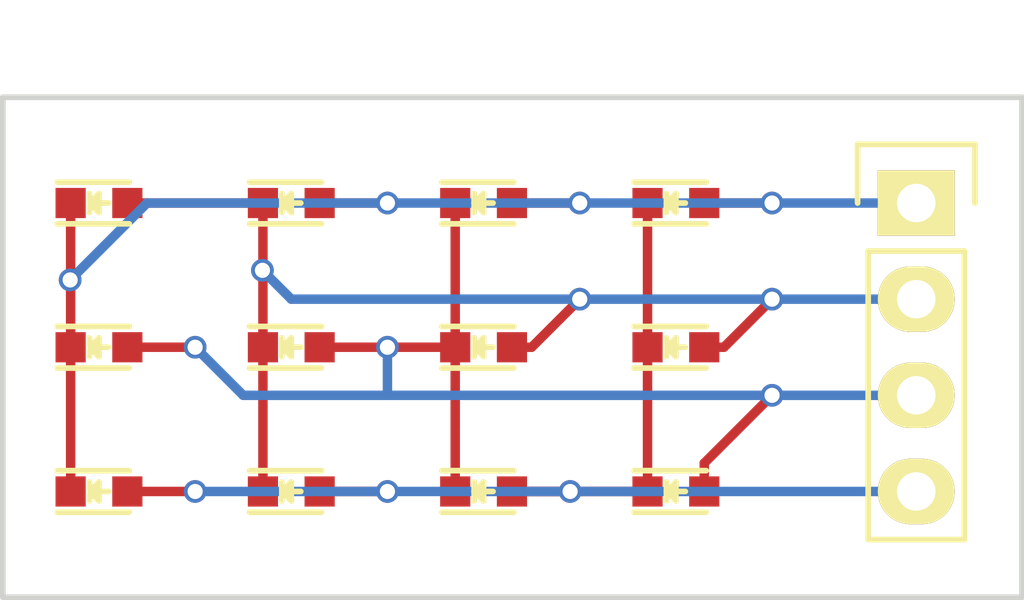
<source format=kicad_pcb>
(kicad_pcb (version 4) (host pcbnew 4.0.7-e2-6376~58~ubuntu16.04.1)

  (general
    (links 0)
    (no_connects 0)
    (area 140.937143 56.155 176.284287 72.719001)
    (thickness 1.6)
    (drawings 4)
    (tracks 61)
    (zones 0)
    (modules 13)
    (nets 1)
  )

  (page A4)
  (layers
    (0 F.Cu signal)
    (31 B.Cu signal)
    (32 B.Adhes user)
    (33 F.Adhes user)
    (34 B.Paste user)
    (35 F.Paste user)
    (36 B.SilkS user)
    (37 F.SilkS user)
    (38 B.Mask user)
    (39 F.Mask user)
    (40 Dwgs.User user)
    (41 Cmts.User user)
    (42 Eco1.User user)
    (43 Eco2.User user)
    (44 Edge.Cuts user)
    (45 Margin user)
    (46 B.CrtYd user)
    (47 F.CrtYd user)
    (48 B.Fab user)
    (49 F.Fab user)
  )

  (setup
    (last_trace_width 0.25)
    (trace_clearance 0.2)
    (zone_clearance 0.508)
    (zone_45_only no)
    (trace_min 0.2)
    (segment_width 0.2)
    (edge_width 0.15)
    (via_size 0.6)
    (via_drill 0.4)
    (via_min_size 0.4)
    (via_min_drill 0.3)
    (uvia_size 0.3)
    (uvia_drill 0.1)
    (uvias_allowed no)
    (uvia_min_size 0.2)
    (uvia_min_drill 0.1)
    (pcb_text_width 0.3)
    (pcb_text_size 1.5 1.5)
    (mod_edge_width 0.15)
    (mod_text_size 1 1)
    (mod_text_width 0.15)
    (pad_size 1.524 1.524)
    (pad_drill 0.762)
    (pad_to_mask_clearance 0.2)
    (aux_axis_origin 0 0)
    (visible_elements FFFFFF7F)
    (pcbplotparams
      (layerselection 0x010c0_80000001)
      (usegerberextensions false)
      (excludeedgelayer true)
      (linewidth 0.150000)
      (plotframeref false)
      (viasonmask false)
      (mode 1)
      (useauxorigin false)
      (hpglpennumber 1)
      (hpglpenspeed 20)
      (hpglpendiameter 15)
      (hpglpenoverlay 2)
      (psnegative false)
      (psa4output false)
      (plotreference true)
      (plotvalue true)
      (plotinvisibletext false)
      (padsonsilk false)
      (subtractmaskfromsilk false)
      (outputformat 1)
      (mirror false)
      (drillshape 0)
      (scaleselection 1)
      (outputdirectory ""))
  )

  (net 0 "")

  (net_class Default "This is the default net class."
    (clearance 0.2)
    (trace_width 0.25)
    (via_dia 0.6)
    (via_drill 0.4)
    (uvia_dia 0.3)
    (uvia_drill 0.1)
  )

  (module LEDs:LED_0603 (layer F.Cu) (tedit 5A839F15) (tstamp 57E50D82)
    (at 154.94 62.23)
    (descr "LED 0603 smd package")
    (tags "LED led 0603 SMD smd SMT smt smdled SMDLED smtled SMTLED")
    (attr smd)
    (fp_text reference "" (at 0 -1.5) (layer F.SilkS)
      (effects (font (size 1 1) (thickness 0.15)))
    )
    (fp_text value "" (at 0 1.5) (layer F.Fab)
      (effects (font (size 1 1) (thickness 0.15)))
    )
    (fp_line (start -1.1 0.55) (end 0.8 0.55) (layer F.SilkS) (width 0.15))
    (fp_line (start -1.1 -0.55) (end 0.8 -0.55) (layer F.SilkS) (width 0.15))
    (fp_line (start -0.2 0) (end 0.25 0) (layer F.SilkS) (width 0.15))
    (fp_line (start -0.25 -0.25) (end -0.25 0.25) (layer F.SilkS) (width 0.15))
    (fp_line (start -0.25 0) (end 0 -0.25) (layer F.SilkS) (width 0.15))
    (fp_line (start 0 -0.25) (end 0 0.25) (layer F.SilkS) (width 0.15))
    (fp_line (start 0 0.25) (end -0.25 0) (layer F.SilkS) (width 0.15))
    (fp_line (start 1.4 -0.75) (end 1.4 0.75) (layer F.CrtYd) (width 0.05))
    (fp_line (start 1.4 0.75) (end -1.4 0.75) (layer F.CrtYd) (width 0.05))
    (fp_line (start -1.4 0.75) (end -1.4 -0.75) (layer F.CrtYd) (width 0.05))
    (fp_line (start -1.4 -0.75) (end 1.4 -0.75) (layer F.CrtYd) (width 0.05))
    (pad 2 smd rect (at 0.7493 0 180) (size 0.79756 0.79756) (layers F.Cu F.Paste F.Mask))
    (pad 1 smd rect (at -0.7493 0 180) (size 0.79756 0.79756) (layers F.Cu F.Paste F.Mask))
    (model LEDs.3dshapes/LED_0603.wrl
      (at (xyz 0 0 0))
      (scale (xyz 1 1 1))
      (rotate (xyz 0 0 180))
    )
  )

  (module Pin_Headers:Pin_Header_Straight_1x04 (layer F.Cu) (tedit 5A839EE7) (tstamp 57E3957D)
    (at 166.37 62.23)
    (descr "Through hole pin header")
    (tags "pin header")
    (fp_text reference "" (at 0 -5.1) (layer F.SilkS)
      (effects (font (size 1 1) (thickness 0.15)))
    )
    (fp_text value "" (at 0 -3.1) (layer F.Fab)
      (effects (font (size 1 1) (thickness 0.15)))
    )
    (fp_line (start -1.75 -1.75) (end -1.75 9.4) (layer F.CrtYd) (width 0.05))
    (fp_line (start 1.75 -1.75) (end 1.75 9.4) (layer F.CrtYd) (width 0.05))
    (fp_line (start -1.75 -1.75) (end 1.75 -1.75) (layer F.CrtYd) (width 0.05))
    (fp_line (start -1.75 9.4) (end 1.75 9.4) (layer F.CrtYd) (width 0.05))
    (fp_line (start -1.27 1.27) (end -1.27 8.89) (layer F.SilkS) (width 0.15))
    (fp_line (start 1.27 1.27) (end 1.27 8.89) (layer F.SilkS) (width 0.15))
    (fp_line (start 1.55 -1.55) (end 1.55 0) (layer F.SilkS) (width 0.15))
    (fp_line (start -1.27 8.89) (end 1.27 8.89) (layer F.SilkS) (width 0.15))
    (fp_line (start 1.27 1.27) (end -1.27 1.27) (layer F.SilkS) (width 0.15))
    (fp_line (start -1.55 0) (end -1.55 -1.55) (layer F.SilkS) (width 0.15))
    (fp_line (start -1.55 -1.55) (end 1.55 -1.55) (layer F.SilkS) (width 0.15))
    (pad 1 thru_hole rect (at 0 0) (size 2.032 1.7272) (drill 1.016) (layers *.Cu *.Mask F.SilkS))
    (pad 2 thru_hole oval (at 0 2.54) (size 2.032 1.7272) (drill 1.016) (layers *.Cu *.Mask F.SilkS))
    (pad 3 thru_hole oval (at 0 5.08) (size 2.032 1.7272) (drill 1.016) (layers *.Cu *.Mask F.SilkS))
    (pad 4 thru_hole oval (at 0 7.62) (size 2.032 1.7272) (drill 1.016) (layers *.Cu *.Mask F.SilkS))
    (model Pin_Headers.3dshapes/Pin_Header_Straight_1x04.wrl
      (at (xyz 0 -0.15 0))
      (scale (xyz 1 1 1))
      (rotate (xyz 0 0 90))
    )
  )

  (module LEDs:LED_0603 (layer F.Cu) (tedit 5A839EF9) (tstamp 57E50D61)
    (at 160.02 62.23)
    (descr "LED 0603 smd package")
    (tags "LED led 0603 SMD smd SMT smt smdled SMDLED smtled SMTLED")
    (attr smd)
    (fp_text reference "" (at 0 -1.5) (layer F.SilkS)
      (effects (font (size 1 1) (thickness 0.15)))
    )
    (fp_text value "" (at 0 1.5) (layer F.Fab)
      (effects (font (size 1 1) (thickness 0.15)))
    )
    (fp_line (start -1.1 0.55) (end 0.8 0.55) (layer F.SilkS) (width 0.15))
    (fp_line (start -1.1 -0.55) (end 0.8 -0.55) (layer F.SilkS) (width 0.15))
    (fp_line (start -0.2 0) (end 0.25 0) (layer F.SilkS) (width 0.15))
    (fp_line (start -0.25 -0.25) (end -0.25 0.25) (layer F.SilkS) (width 0.15))
    (fp_line (start -0.25 0) (end 0 -0.25) (layer F.SilkS) (width 0.15))
    (fp_line (start 0 -0.25) (end 0 0.25) (layer F.SilkS) (width 0.15))
    (fp_line (start 0 0.25) (end -0.25 0) (layer F.SilkS) (width 0.15))
    (fp_line (start 1.4 -0.75) (end 1.4 0.75) (layer F.CrtYd) (width 0.05))
    (fp_line (start 1.4 0.75) (end -1.4 0.75) (layer F.CrtYd) (width 0.05))
    (fp_line (start -1.4 0.75) (end -1.4 -0.75) (layer F.CrtYd) (width 0.05))
    (fp_line (start -1.4 -0.75) (end 1.4 -0.75) (layer F.CrtYd) (width 0.05))
    (pad 2 smd rect (at 0.7493 0 180) (size 0.79756 0.79756) (layers F.Cu F.Paste F.Mask))
    (pad 1 smd rect (at -0.7493 0 180) (size 0.79756 0.79756) (layers F.Cu F.Paste F.Mask))
    (model LEDs.3dshapes/LED_0603.wrl
      (at (xyz 0 0 0))
      (scale (xyz 1 1 1))
      (rotate (xyz 0 0 180))
    )
  )

  (module LEDs:LED_0603 (layer F.Cu) (tedit 5A839F22) (tstamp 57E50DA3)
    (at 149.86 62.23)
    (descr "LED 0603 smd package")
    (tags "LED led 0603 SMD smd SMT smt smdled SMDLED smtled SMTLED")
    (attr smd)
    (fp_text reference "" (at 0 -1.5) (layer F.SilkS)
      (effects (font (size 1 1) (thickness 0.15)))
    )
    (fp_text value "" (at 0 1.5) (layer F.Fab)
      (effects (font (size 1 1) (thickness 0.15)))
    )
    (fp_line (start -1.1 0.55) (end 0.8 0.55) (layer F.SilkS) (width 0.15))
    (fp_line (start -1.1 -0.55) (end 0.8 -0.55) (layer F.SilkS) (width 0.15))
    (fp_line (start -0.2 0) (end 0.25 0) (layer F.SilkS) (width 0.15))
    (fp_line (start -0.25 -0.25) (end -0.25 0.25) (layer F.SilkS) (width 0.15))
    (fp_line (start -0.25 0) (end 0 -0.25) (layer F.SilkS) (width 0.15))
    (fp_line (start 0 -0.25) (end 0 0.25) (layer F.SilkS) (width 0.15))
    (fp_line (start 0 0.25) (end -0.25 0) (layer F.SilkS) (width 0.15))
    (fp_line (start 1.4 -0.75) (end 1.4 0.75) (layer F.CrtYd) (width 0.05))
    (fp_line (start 1.4 0.75) (end -1.4 0.75) (layer F.CrtYd) (width 0.05))
    (fp_line (start -1.4 0.75) (end -1.4 -0.75) (layer F.CrtYd) (width 0.05))
    (fp_line (start -1.4 -0.75) (end 1.4 -0.75) (layer F.CrtYd) (width 0.05))
    (pad 2 smd rect (at 0.7493 0 180) (size 0.79756 0.79756) (layers F.Cu F.Paste F.Mask))
    (pad 1 smd rect (at -0.7493 0 180) (size 0.79756 0.79756) (layers F.Cu F.Paste F.Mask))
    (model LEDs.3dshapes/LED_0603.wrl
      (at (xyz 0 0 0))
      (scale (xyz 1 1 1))
      (rotate (xyz 0 0 180))
    )
  )

  (module LEDs:LED_0603 (layer F.Cu) (tedit 5A839FBA) (tstamp 57E50DC4)
    (at 144.78 62.23)
    (descr "LED 0603 smd package")
    (tags "LED led 0603 SMD smd SMT smt smdled SMDLED smtled SMTLED")
    (attr smd)
    (fp_text reference "" (at 0 -1.5) (layer F.SilkS)
      (effects (font (size 1 1) (thickness 0.15)))
    )
    (fp_text value "" (at 0 1.5) (layer F.Fab)
      (effects (font (size 1 1) (thickness 0.15)))
    )
    (fp_line (start -1.1 0.55) (end 0.8 0.55) (layer F.SilkS) (width 0.15))
    (fp_line (start -1.1 -0.55) (end 0.8 -0.55) (layer F.SilkS) (width 0.15))
    (fp_line (start -0.2 0) (end 0.25 0) (layer F.SilkS) (width 0.15))
    (fp_line (start -0.25 -0.25) (end -0.25 0.25) (layer F.SilkS) (width 0.15))
    (fp_line (start -0.25 0) (end 0 -0.25) (layer F.SilkS) (width 0.15))
    (fp_line (start 0 -0.25) (end 0 0.25) (layer F.SilkS) (width 0.15))
    (fp_line (start 0 0.25) (end -0.25 0) (layer F.SilkS) (width 0.15))
    (fp_line (start 1.4 -0.75) (end 1.4 0.75) (layer F.CrtYd) (width 0.05))
    (fp_line (start 1.4 0.75) (end -1.4 0.75) (layer F.CrtYd) (width 0.05))
    (fp_line (start -1.4 0.75) (end -1.4 -0.75) (layer F.CrtYd) (width 0.05))
    (fp_line (start -1.4 -0.75) (end 1.4 -0.75) (layer F.CrtYd) (width 0.05))
    (pad 2 smd rect (at 0.7493 0 180) (size 0.79756 0.79756) (layers F.Cu F.Paste F.Mask))
    (pad 1 smd rect (at -0.7493 0 180) (size 0.79756 0.79756) (layers F.Cu F.Paste F.Mask))
    (model LEDs.3dshapes/LED_0603.wrl
      (at (xyz 0 0 0))
      (scale (xyz 1 1 1))
      (rotate (xyz 0 0 180))
    )
  )

  (module LEDs:LED_0603 (layer F.Cu) (tedit 5A83A027) (tstamp 57E50DE5)
    (at 160.02 69.85)
    (descr "LED 0603 smd package")
    (tags "LED led 0603 SMD smd SMT smt smdled SMDLED smtled SMTLED")
    (attr smd)
    (fp_text reference "" (at 0 -1.5) (layer F.SilkS)
      (effects (font (size 1 1) (thickness 0.15)))
    )
    (fp_text value "" (at 0 1.5) (layer F.Fab)
      (effects (font (size 1 1) (thickness 0.15)))
    )
    (fp_line (start -1.1 0.55) (end 0.8 0.55) (layer F.SilkS) (width 0.15))
    (fp_line (start -1.1 -0.55) (end 0.8 -0.55) (layer F.SilkS) (width 0.15))
    (fp_line (start -0.2 0) (end 0.25 0) (layer F.SilkS) (width 0.15))
    (fp_line (start -0.25 -0.25) (end -0.25 0.25) (layer F.SilkS) (width 0.15))
    (fp_line (start -0.25 0) (end 0 -0.25) (layer F.SilkS) (width 0.15))
    (fp_line (start 0 -0.25) (end 0 0.25) (layer F.SilkS) (width 0.15))
    (fp_line (start 0 0.25) (end -0.25 0) (layer F.SilkS) (width 0.15))
    (fp_line (start 1.4 -0.75) (end 1.4 0.75) (layer F.CrtYd) (width 0.05))
    (fp_line (start 1.4 0.75) (end -1.4 0.75) (layer F.CrtYd) (width 0.05))
    (fp_line (start -1.4 0.75) (end -1.4 -0.75) (layer F.CrtYd) (width 0.05))
    (fp_line (start -1.4 -0.75) (end 1.4 -0.75) (layer F.CrtYd) (width 0.05))
    (pad 2 smd rect (at 0.7493 0 180) (size 0.79756 0.79756) (layers F.Cu F.Paste F.Mask))
    (pad 1 smd rect (at -0.7493 0 180) (size 0.79756 0.79756) (layers F.Cu F.Paste F.Mask))
    (model LEDs.3dshapes/LED_0603.wrl
      (at (xyz 0 0 0))
      (scale (xyz 1 1 1))
      (rotate (xyz 0 0 180))
    )
  )

  (module LEDs:LED_0603 (layer F.Cu) (tedit 5A83A01A) (tstamp 57E50E06)
    (at 154.94 69.85)
    (descr "LED 0603 smd package")
    (tags "LED led 0603 SMD smd SMT smt smdled SMDLED smtled SMTLED")
    (attr smd)
    (fp_text reference "" (at 0 -1.5) (layer F.SilkS)
      (effects (font (size 1 1) (thickness 0.15)))
    )
    (fp_text value "" (at 0 1.5) (layer F.Fab)
      (effects (font (size 1 1) (thickness 0.15)))
    )
    (fp_line (start -1.1 0.55) (end 0.8 0.55) (layer F.SilkS) (width 0.15))
    (fp_line (start -1.1 -0.55) (end 0.8 -0.55) (layer F.SilkS) (width 0.15))
    (fp_line (start -0.2 0) (end 0.25 0) (layer F.SilkS) (width 0.15))
    (fp_line (start -0.25 -0.25) (end -0.25 0.25) (layer F.SilkS) (width 0.15))
    (fp_line (start -0.25 0) (end 0 -0.25) (layer F.SilkS) (width 0.15))
    (fp_line (start 0 -0.25) (end 0 0.25) (layer F.SilkS) (width 0.15))
    (fp_line (start 0 0.25) (end -0.25 0) (layer F.SilkS) (width 0.15))
    (fp_line (start 1.4 -0.75) (end 1.4 0.75) (layer F.CrtYd) (width 0.05))
    (fp_line (start 1.4 0.75) (end -1.4 0.75) (layer F.CrtYd) (width 0.05))
    (fp_line (start -1.4 0.75) (end -1.4 -0.75) (layer F.CrtYd) (width 0.05))
    (fp_line (start -1.4 -0.75) (end 1.4 -0.75) (layer F.CrtYd) (width 0.05))
    (pad 2 smd rect (at 0.7493 0 180) (size 0.79756 0.79756) (layers F.Cu F.Paste F.Mask))
    (pad 1 smd rect (at -0.7493 0 180) (size 0.79756 0.79756) (layers F.Cu F.Paste F.Mask))
    (model LEDs.3dshapes/LED_0603.wrl
      (at (xyz 0 0 0))
      (scale (xyz 1 1 1))
      (rotate (xyz 0 0 180))
    )
  )

  (module LEDs:LED_0603 (layer F.Cu) (tedit 5A83A00C) (tstamp 57E50E27)
    (at 149.86 69.85)
    (descr "LED 0603 smd package")
    (tags "LED led 0603 SMD smd SMT smt smdled SMDLED smtled SMTLED")
    (attr smd)
    (fp_text reference "" (at 0 -1.5) (layer F.SilkS)
      (effects (font (size 1 1) (thickness 0.15)))
    )
    (fp_text value "" (at 0 1.5) (layer F.Fab)
      (effects (font (size 1 1) (thickness 0.15)))
    )
    (fp_line (start -1.1 0.55) (end 0.8 0.55) (layer F.SilkS) (width 0.15))
    (fp_line (start -1.1 -0.55) (end 0.8 -0.55) (layer F.SilkS) (width 0.15))
    (fp_line (start -0.2 0) (end 0.25 0) (layer F.SilkS) (width 0.15))
    (fp_line (start -0.25 -0.25) (end -0.25 0.25) (layer F.SilkS) (width 0.15))
    (fp_line (start -0.25 0) (end 0 -0.25) (layer F.SilkS) (width 0.15))
    (fp_line (start 0 -0.25) (end 0 0.25) (layer F.SilkS) (width 0.15))
    (fp_line (start 0 0.25) (end -0.25 0) (layer F.SilkS) (width 0.15))
    (fp_line (start 1.4 -0.75) (end 1.4 0.75) (layer F.CrtYd) (width 0.05))
    (fp_line (start 1.4 0.75) (end -1.4 0.75) (layer F.CrtYd) (width 0.05))
    (fp_line (start -1.4 0.75) (end -1.4 -0.75) (layer F.CrtYd) (width 0.05))
    (fp_line (start -1.4 -0.75) (end 1.4 -0.75) (layer F.CrtYd) (width 0.05))
    (pad 2 smd rect (at 0.7493 0 180) (size 0.79756 0.79756) (layers F.Cu F.Paste F.Mask))
    (pad 1 smd rect (at -0.7493 0 180) (size 0.79756 0.79756) (layers F.Cu F.Paste F.Mask))
    (model LEDs.3dshapes/LED_0603.wrl
      (at (xyz 0 0 0))
      (scale (xyz 1 1 1))
      (rotate (xyz 0 0 180))
    )
  )

  (module LEDs:LED_0603 (layer F.Cu) (tedit 5A839FFE) (tstamp 57E50E48)
    (at 144.78 69.85)
    (descr "LED 0603 smd package")
    (tags "LED led 0603 SMD smd SMT smt smdled SMDLED smtled SMTLED")
    (attr smd)
    (fp_text reference "" (at 0 -1.5) (layer F.SilkS)
      (effects (font (size 1 1) (thickness 0.15)))
    )
    (fp_text value "" (at 0 1.5) (layer F.Fab)
      (effects (font (size 1 1) (thickness 0.15)))
    )
    (fp_line (start -1.1 0.55) (end 0.8 0.55) (layer F.SilkS) (width 0.15))
    (fp_line (start -1.1 -0.55) (end 0.8 -0.55) (layer F.SilkS) (width 0.15))
    (fp_line (start -0.2 0) (end 0.25 0) (layer F.SilkS) (width 0.15))
    (fp_line (start -0.25 -0.25) (end -0.25 0.25) (layer F.SilkS) (width 0.15))
    (fp_line (start -0.25 0) (end 0 -0.25) (layer F.SilkS) (width 0.15))
    (fp_line (start 0 -0.25) (end 0 0.25) (layer F.SilkS) (width 0.15))
    (fp_line (start 0 0.25) (end -0.25 0) (layer F.SilkS) (width 0.15))
    (fp_line (start 1.4 -0.75) (end 1.4 0.75) (layer F.CrtYd) (width 0.05))
    (fp_line (start 1.4 0.75) (end -1.4 0.75) (layer F.CrtYd) (width 0.05))
    (fp_line (start -1.4 0.75) (end -1.4 -0.75) (layer F.CrtYd) (width 0.05))
    (fp_line (start -1.4 -0.75) (end 1.4 -0.75) (layer F.CrtYd) (width 0.05))
    (pad 2 smd rect (at 0.7493 0 180) (size 0.79756 0.79756) (layers F.Cu F.Paste F.Mask))
    (pad 1 smd rect (at -0.7493 0 180) (size 0.79756 0.79756) (layers F.Cu F.Paste F.Mask))
    (model LEDs.3dshapes/LED_0603.wrl
      (at (xyz 0 0 0))
      (scale (xyz 1 1 1))
      (rotate (xyz 0 0 180))
    )
  )

  (module LEDs:LED_0603 (layer F.Cu) (tedit 5A839FD8) (tstamp 57E50E69)
    (at 154.94 66.04)
    (descr "LED 0603 smd package")
    (tags "LED led 0603 SMD smd SMT smt smdled SMDLED smtled SMTLED")
    (attr smd)
    (fp_text reference "" (at 0 -1.5) (layer F.SilkS)
      (effects (font (size 1 1) (thickness 0.15)))
    )
    (fp_text value "" (at 0 1.5) (layer F.Fab)
      (effects (font (size 1 1) (thickness 0.15)))
    )
    (fp_line (start -1.1 0.55) (end 0.8 0.55) (layer F.SilkS) (width 0.15))
    (fp_line (start -1.1 -0.55) (end 0.8 -0.55) (layer F.SilkS) (width 0.15))
    (fp_line (start -0.2 0) (end 0.25 0) (layer F.SilkS) (width 0.15))
    (fp_line (start -0.25 -0.25) (end -0.25 0.25) (layer F.SilkS) (width 0.15))
    (fp_line (start -0.25 0) (end 0 -0.25) (layer F.SilkS) (width 0.15))
    (fp_line (start 0 -0.25) (end 0 0.25) (layer F.SilkS) (width 0.15))
    (fp_line (start 0 0.25) (end -0.25 0) (layer F.SilkS) (width 0.15))
    (fp_line (start 1.4 -0.75) (end 1.4 0.75) (layer F.CrtYd) (width 0.05))
    (fp_line (start 1.4 0.75) (end -1.4 0.75) (layer F.CrtYd) (width 0.05))
    (fp_line (start -1.4 0.75) (end -1.4 -0.75) (layer F.CrtYd) (width 0.05))
    (fp_line (start -1.4 -0.75) (end 1.4 -0.75) (layer F.CrtYd) (width 0.05))
    (pad 2 smd rect (at 0.7493 0 180) (size 0.79756 0.79756) (layers F.Cu F.Paste F.Mask))
    (pad 1 smd rect (at -0.7493 0 180) (size 0.79756 0.79756) (layers F.Cu F.Paste F.Mask))
    (model LEDs.3dshapes/LED_0603.wrl
      (at (xyz 0 0 0))
      (scale (xyz 1 1 1))
      (rotate (xyz 0 0 180))
    )
  )

  (module LEDs:LED_0603 (layer F.Cu) (tedit 5A839FE6) (tstamp 57E50E8A)
    (at 149.86 66.04)
    (descr "LED 0603 smd package")
    (tags "LED led 0603 SMD smd SMT smt smdled SMDLED smtled SMTLED")
    (attr smd)
    (fp_text reference "" (at 0 -1.5) (layer F.SilkS)
      (effects (font (size 1 1) (thickness 0.15)))
    )
    (fp_text value "" (at 0 1.5) (layer F.Fab)
      (effects (font (size 1 1) (thickness 0.15)))
    )
    (fp_line (start -1.1 0.55) (end 0.8 0.55) (layer F.SilkS) (width 0.15))
    (fp_line (start -1.1 -0.55) (end 0.8 -0.55) (layer F.SilkS) (width 0.15))
    (fp_line (start -0.2 0) (end 0.25 0) (layer F.SilkS) (width 0.15))
    (fp_line (start -0.25 -0.25) (end -0.25 0.25) (layer F.SilkS) (width 0.15))
    (fp_line (start -0.25 0) (end 0 -0.25) (layer F.SilkS) (width 0.15))
    (fp_line (start 0 -0.25) (end 0 0.25) (layer F.SilkS) (width 0.15))
    (fp_line (start 0 0.25) (end -0.25 0) (layer F.SilkS) (width 0.15))
    (fp_line (start 1.4 -0.75) (end 1.4 0.75) (layer F.CrtYd) (width 0.05))
    (fp_line (start 1.4 0.75) (end -1.4 0.75) (layer F.CrtYd) (width 0.05))
    (fp_line (start -1.4 0.75) (end -1.4 -0.75) (layer F.CrtYd) (width 0.05))
    (fp_line (start -1.4 -0.75) (end 1.4 -0.75) (layer F.CrtYd) (width 0.05))
    (pad 2 smd rect (at 0.7493 0 180) (size 0.79756 0.79756) (layers F.Cu F.Paste F.Mask))
    (pad 1 smd rect (at -0.7493 0 180) (size 0.79756 0.79756) (layers F.Cu F.Paste F.Mask))
    (model LEDs.3dshapes/LED_0603.wrl
      (at (xyz 0 0 0))
      (scale (xyz 1 1 1))
      (rotate (xyz 0 0 180))
    )
  )

  (module LEDs:LED_0603 (layer F.Cu) (tedit 5A839FF2) (tstamp 57E50EAB)
    (at 144.78 66.04)
    (descr "LED 0603 smd package")
    (tags "LED led 0603 SMD smd SMT smt smdled SMDLED smtled SMTLED")
    (attr smd)
    (fp_text reference "" (at 0 -1.5) (layer F.SilkS)
      (effects (font (size 1 1) (thickness 0.15)))
    )
    (fp_text value "" (at 0 1.5) (layer F.Fab)
      (effects (font (size 1 1) (thickness 0.15)))
    )
    (fp_line (start -1.1 0.55) (end 0.8 0.55) (layer F.SilkS) (width 0.15))
    (fp_line (start -1.1 -0.55) (end 0.8 -0.55) (layer F.SilkS) (width 0.15))
    (fp_line (start -0.2 0) (end 0.25 0) (layer F.SilkS) (width 0.15))
    (fp_line (start -0.25 -0.25) (end -0.25 0.25) (layer F.SilkS) (width 0.15))
    (fp_line (start -0.25 0) (end 0 -0.25) (layer F.SilkS) (width 0.15))
    (fp_line (start 0 -0.25) (end 0 0.25) (layer F.SilkS) (width 0.15))
    (fp_line (start 0 0.25) (end -0.25 0) (layer F.SilkS) (width 0.15))
    (fp_line (start 1.4 -0.75) (end 1.4 0.75) (layer F.CrtYd) (width 0.05))
    (fp_line (start 1.4 0.75) (end -1.4 0.75) (layer F.CrtYd) (width 0.05))
    (fp_line (start -1.4 0.75) (end -1.4 -0.75) (layer F.CrtYd) (width 0.05))
    (fp_line (start -1.4 -0.75) (end 1.4 -0.75) (layer F.CrtYd) (width 0.05))
    (pad 2 smd rect (at 0.7493 0 180) (size 0.79756 0.79756) (layers F.Cu F.Paste F.Mask))
    (pad 1 smd rect (at -0.7493 0 180) (size 0.79756 0.79756) (layers F.Cu F.Paste F.Mask))
    (model LEDs.3dshapes/LED_0603.wrl
      (at (xyz 0 0 0))
      (scale (xyz 1 1 1))
      (rotate (xyz 0 0 180))
    )
  )

  (module LEDs:LED_0603 (layer F.Cu) (tedit 5A839FC8) (tstamp 57E50ECC)
    (at 160.02 66.04)
    (descr "LED 0603 smd package")
    (tags "LED led 0603 SMD smd SMT smt smdled SMDLED smtled SMTLED")
    (attr smd)
    (fp_text reference "" (at 0 -1.5) (layer F.SilkS)
      (effects (font (size 1 1) (thickness 0.15)))
    )
    (fp_text value "" (at 0 1.5) (layer F.Fab)
      (effects (font (size 1 1) (thickness 0.15)))
    )
    (fp_line (start -1.1 0.55) (end 0.8 0.55) (layer F.SilkS) (width 0.15))
    (fp_line (start -1.1 -0.55) (end 0.8 -0.55) (layer F.SilkS) (width 0.15))
    (fp_line (start -0.2 0) (end 0.25 0) (layer F.SilkS) (width 0.15))
    (fp_line (start -0.25 -0.25) (end -0.25 0.25) (layer F.SilkS) (width 0.15))
    (fp_line (start -0.25 0) (end 0 -0.25) (layer F.SilkS) (width 0.15))
    (fp_line (start 0 -0.25) (end 0 0.25) (layer F.SilkS) (width 0.15))
    (fp_line (start 0 0.25) (end -0.25 0) (layer F.SilkS) (width 0.15))
    (fp_line (start 1.4 -0.75) (end 1.4 0.75) (layer F.CrtYd) (width 0.05))
    (fp_line (start 1.4 0.75) (end -1.4 0.75) (layer F.CrtYd) (width 0.05))
    (fp_line (start -1.4 0.75) (end -1.4 -0.75) (layer F.CrtYd) (width 0.05))
    (fp_line (start -1.4 -0.75) (end 1.4 -0.75) (layer F.CrtYd) (width 0.05))
    (pad 2 smd rect (at 0.7493 0 180) (size 0.79756 0.79756) (layers F.Cu F.Paste F.Mask))
    (pad 1 smd rect (at -0.7493 0 180) (size 0.79756 0.79756) (layers F.Cu F.Paste F.Mask))
    (model LEDs.3dshapes/LED_0603.wrl
      (at (xyz 0 0 0))
      (scale (xyz 1 1 1))
      (rotate (xyz 0 0 180))
    )
  )

  (gr_line (start 142.24 72.644) (end 142.24 59.436) (angle 90) (layer Edge.Cuts) (width 0.15))
  (gr_line (start 169.164 72.644) (end 142.24 72.644) (angle 90) (layer Edge.Cuts) (width 0.15))
  (gr_line (start 169.164 59.436) (end 169.164 72.644) (angle 90) (layer Edge.Cuts) (width 0.15))
  (gr_line (start 142.24 59.436) (end 169.164 59.436) (angle 90) (layer Edge.Cuts) (width 0.15))

  (segment (start 152.4 67.31) (end 152.4 66.04) (width 0.25) (layer B.Cu) (net 0))
  (via (at 152.4 66.04) (size 0.6) (drill 0.4) (layers F.Cu B.Cu) (net 0))
  (segment (start 160.7693 69.85) (end 160.7693 69.1007) (width 0.25) (layer F.Cu) (net 0))
  (via (at 162.56 67.31) (size 0.6) (drill 0.4) (layers F.Cu B.Cu) (net 0))
  (segment (start 160.7693 69.1007) (end 162.56 67.31) (width 0.25) (layer F.Cu) (net 0) (tstamp 57E50F4A))
  (segment (start 155.6893 69.85) (end 157.226 69.85) (width 0.25) (layer F.Cu) (net 0))
  (via (at 157.226 69.85) (size 0.6) (drill 0.4) (layers F.Cu B.Cu) (net 0))
  (segment (start 150.6093 69.85) (end 152.4 69.85) (width 0.25) (layer F.Cu) (net 0))
  (via (at 152.4 69.85) (size 0.6) (drill 0.4) (layers F.Cu B.Cu) (net 0))
  (segment (start 166.37 69.85) (end 157.226 69.85) (width 0.25) (layer B.Cu) (net 0))
  (segment (start 157.226 69.85) (end 152.4 69.85) (width 0.25) (layer B.Cu) (net 0) (tstamp 57E50F48))
  (segment (start 152.4 69.85) (end 147.32 69.85) (width 0.25) (layer B.Cu) (net 0) (tstamp 57E50F42))
  (segment (start 147.32 69.85) (end 145.5293 69.85) (width 0.25) (layer F.Cu) (net 0) (tstamp 57E50F3B))
  (via (at 147.32 69.85) (size 0.6) (drill 0.4) (layers F.Cu B.Cu) (net 0))
  (segment (start 166.37 67.31) (end 162.56 67.31) (width 0.25) (layer B.Cu) (net 0))
  (segment (start 162.56 67.31) (end 152.4 67.31) (width 0.25) (layer B.Cu) (net 0) (tstamp 57E50F4E))
  (segment (start 152.4 67.31) (end 148.59 67.31) (width 0.25) (layer B.Cu) (net 0) (tstamp 57E50F50))
  (segment (start 147.32 66.04) (end 145.5293 66.04) (width 0.25) (layer F.Cu) (net 0) (tstamp 57E50F36))
  (via (at 147.32 66.04) (size 0.6) (drill 0.4) (layers F.Cu B.Cu) (net 0))
  (segment (start 148.59 67.31) (end 147.32 66.04) (width 0.25) (layer B.Cu) (net 0) (tstamp 57E50F33))
  (segment (start 160.7693 66.04) (end 161.29 66.04) (width 0.25) (layer F.Cu) (net 0))
  (via (at 162.56 64.77) (size 0.6) (drill 0.4) (layers F.Cu B.Cu) (net 0))
  (segment (start 161.29 66.04) (end 162.56 64.77) (width 0.25) (layer F.Cu) (net 0) (tstamp 57E50F2B))
  (segment (start 155.6893 66.04) (end 156.21 66.04) (width 0.25) (layer F.Cu) (net 0))
  (via (at 157.48 64.77) (size 0.6) (drill 0.4) (layers F.Cu B.Cu) (net 0))
  (segment (start 156.21 66.04) (end 157.48 64.77) (width 0.25) (layer F.Cu) (net 0) (tstamp 57E50F25))
  (segment (start 160.7693 62.23) (end 162.56 62.23) (width 0.25) (layer F.Cu) (net 0))
  (via (at 162.56 62.23) (size 0.6) (drill 0.4) (layers F.Cu B.Cu) (net 0))
  (segment (start 155.6893 62.23) (end 157.48 62.23) (width 0.25) (layer F.Cu) (net 0))
  (via (at 157.48 62.23) (size 0.6) (drill 0.4) (layers F.Cu B.Cu) (net 0))
  (segment (start 150.6093 62.23) (end 152.4 62.23) (width 0.25) (layer F.Cu) (net 0))
  (via (at 152.4 62.23) (size 0.6) (drill 0.4) (layers F.Cu B.Cu) (net 0))
  (segment (start 166.37 64.77) (end 162.56 64.77) (width 0.25) (layer B.Cu) (net 0))
  (segment (start 162.56 64.77) (end 157.48 64.77) (width 0.25) (layer B.Cu) (net 0) (tstamp 57E50F2F))
  (segment (start 157.48 64.77) (end 149.86 64.77) (width 0.25) (layer B.Cu) (net 0) (tstamp 57E50F29))
  (segment (start 149.098 64.008) (end 149.1107 64.008) (width 0.25) (layer F.Cu) (net 0) (tstamp 57E50F00))
  (via (at 149.098 64.008) (size 0.6) (drill 0.4) (layers F.Cu B.Cu) (net 0))
  (segment (start 149.86 64.77) (end 149.098 64.008) (width 0.25) (layer B.Cu) (net 0) (tstamp 57E50EFE))
  (segment (start 166.37 62.23) (end 162.56 62.23) (width 0.25) (layer B.Cu) (net 0))
  (segment (start 162.56 62.23) (end 157.48 62.23) (width 0.25) (layer B.Cu) (net 0) (tstamp 57E50F23))
  (segment (start 157.48 62.23) (end 152.4 62.23) (width 0.25) (layer B.Cu) (net 0) (tstamp 57E50F1D))
  (segment (start 152.4 62.23) (end 146.05 62.23) (width 0.25) (layer B.Cu) (net 0) (tstamp 57E50F17))
  (segment (start 144.018 64.262) (end 144.0307 64.262) (width 0.25) (layer F.Cu) (net 0) (tstamp 57E50EF9))
  (via (at 144.018 64.262) (size 0.6) (drill 0.4) (layers F.Cu B.Cu) (net 0))
  (segment (start 146.05 62.23) (end 144.018 64.262) (width 0.25) (layer B.Cu) (net 0) (tstamp 57E50EF6))
  (segment (start 159.2707 69.85) (end 157.48 69.85) (width 0.25) (layer F.Cu) (net 0))
  (segment (start 157.48 69.85) (end 155.6893 69.85) (width 0.25) (layer F.Cu) (net 0) (tstamp 57E50F11))
  (segment (start 154.1907 66.04) (end 152.4 66.04) (width 0.25) (layer F.Cu) (net 0))
  (segment (start 152.4 66.04) (end 150.6093 66.04) (width 0.25) (layer F.Cu) (net 0) (tstamp 57E50F56))
  (segment (start 149.1107 62.23) (end 145.5293 62.23) (width 0.25) (layer F.Cu) (net 0))
  (segment (start 159.2707 62.23) (end 159.2707 66.04) (width 0.25) (layer F.Cu) (net 0))
  (segment (start 159.2707 66.04) (end 159.2707 69.85) (width 0.25) (layer F.Cu) (net 0) (tstamp 57E50EEB))
  (segment (start 154.1907 62.23) (end 154.1907 66.04) (width 0.25) (layer F.Cu) (net 0))
  (segment (start 154.1907 66.04) (end 154.1907 68.072) (width 0.25) (layer F.Cu) (net 0) (tstamp 57E50EE8))
  (segment (start 154.1907 68.072) (end 154.1907 69.85) (width 0.25) (layer F.Cu) (net 0) (tstamp 57E50F0A))
  (segment (start 149.1107 62.23) (end 149.1107 64.008) (width 0.25) (layer F.Cu) (net 0))
  (segment (start 149.1107 64.008) (end 149.1107 66.04) (width 0.25) (layer F.Cu) (net 0) (tstamp 57E50F03))
  (segment (start 149.1107 66.04) (end 149.1107 69.85) (width 0.25) (layer F.Cu) (net 0) (tstamp 57E50EE5))
  (segment (start 144.0307 62.23) (end 144.0307 64.262) (width 0.25) (layer F.Cu) (net 0))
  (segment (start 144.0307 64.262) (end 144.0307 66.04) (width 0.25) (layer F.Cu) (net 0) (tstamp 57E50EFC))
  (segment (start 144.0307 66.04) (end 144.0307 69.85) (width 0.25) (layer F.Cu) (net 0) (tstamp 57E50EE2))

)

</source>
